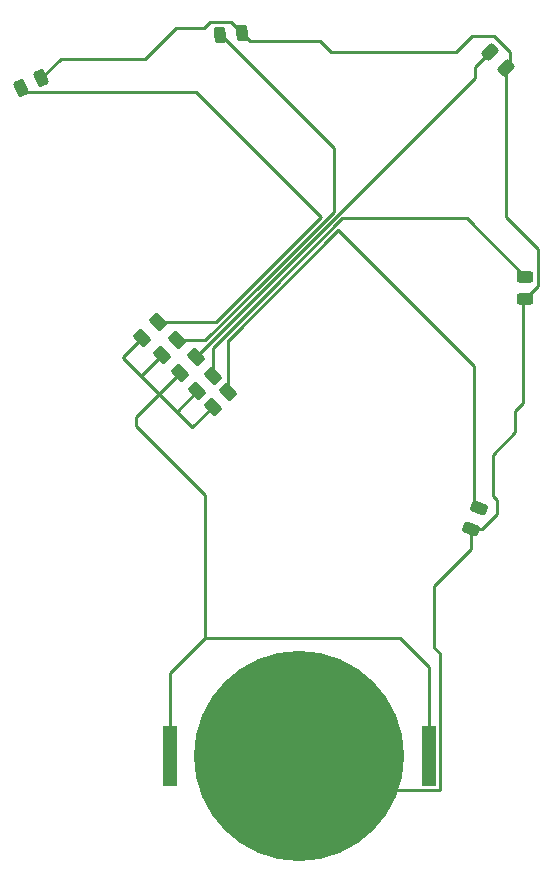
<source format=gbl>
G04 #@! TF.GenerationSoftware,KiCad,Pcbnew,(6.0.10-0)*
G04 #@! TF.CreationDate,2023-09-19T21:44:42+02:00*
G04 #@! TF.ProjectId,SwiftLeeds,53776966-744c-4656-9564-732e6b696361,rev?*
G04 #@! TF.SameCoordinates,Original*
G04 #@! TF.FileFunction,Copper,L2,Bot*
G04 #@! TF.FilePolarity,Positive*
%FSLAX46Y46*%
G04 Gerber Fmt 4.6, Leading zero omitted, Abs format (unit mm)*
G04 Created by KiCad (PCBNEW (6.0.10-0)) date 2023-09-19 21:44:42*
%MOMM*%
%LPD*%
G01*
G04 APERTURE LIST*
G04 Aperture macros list*
%AMRoundRect*
0 Rectangle with rounded corners*
0 $1 Rounding radius*
0 $2 $3 $4 $5 $6 $7 $8 $9 X,Y pos of 4 corners*
0 Add a 4 corners polygon primitive as box body*
4,1,4,$2,$3,$4,$5,$6,$7,$8,$9,$2,$3,0*
0 Add four circle primitives for the rounded corners*
1,1,$1+$1,$2,$3*
1,1,$1+$1,$4,$5*
1,1,$1+$1,$6,$7*
1,1,$1+$1,$8,$9*
0 Add four rect primitives between the rounded corners*
20,1,$1+$1,$2,$3,$4,$5,0*
20,1,$1+$1,$4,$5,$6,$7,0*
20,1,$1+$1,$6,$7,$8,$9,0*
20,1,$1+$1,$8,$9,$2,$3,0*%
G04 Aperture macros list end*
G04 #@! TA.AperFunction,SMDPad,CuDef*
%ADD10RoundRect,0.250000X-0.132583X0.503814X-0.503814X0.132583X0.132583X-0.503814X0.503814X-0.132583X0*%
G04 #@! TD*
G04 #@! TA.AperFunction,SMDPad,CuDef*
%ADD11RoundRect,0.243750X-0.345367X0.385097X-0.512102X-0.073003X0.345367X-0.385097X0.512102X0.073003X0*%
G04 #@! TD*
G04 #@! TA.AperFunction,SMDPad,CuDef*
%ADD12RoundRect,0.243750X-0.028093X-0.516516X0.413732X-0.310490X0.028093X0.516516X-0.413732X0.310490X0*%
G04 #@! TD*
G04 #@! TA.AperFunction,SMDPad,CuDef*
%ADD13RoundRect,0.243750X-0.194724X-0.479229X0.290106X-0.428272X0.194724X0.479229X-0.290106X0.428272X0*%
G04 #@! TD*
G04 #@! TA.AperFunction,SMDPad,CuDef*
%ADD14R,1.270000X5.080000*%
G04 #@! TD*
G04 #@! TA.AperFunction,SMDPad,CuDef*
%ADD15C,17.800000*%
G04 #@! TD*
G04 #@! TA.AperFunction,SMDPad,CuDef*
%ADD16RoundRect,0.243750X-0.494975X-0.150260X-0.150260X-0.494975X0.494975X0.150260X0.150260X0.494975X0*%
G04 #@! TD*
G04 #@! TA.AperFunction,SMDPad,CuDef*
%ADD17RoundRect,0.243750X-0.456250X0.243750X-0.456250X-0.243750X0.456250X-0.243750X0.456250X0.243750X0*%
G04 #@! TD*
G04 #@! TA.AperFunction,Conductor*
%ADD18C,0.250000*%
G04 #@! TD*
G04 APERTURE END LIST*
D10*
X138830470Y-69909530D03*
X137540000Y-71200000D03*
X141620470Y-72799530D03*
X140330000Y-74090000D03*
D11*
X162179356Y-84390962D03*
X162820644Y-82629038D03*
D10*
X140280470Y-71439530D03*
X138990000Y-72730000D03*
D12*
X125747785Y-46286883D03*
X124048457Y-47079293D03*
D13*
X142792364Y-42452005D03*
X140927636Y-42647995D03*
D10*
X135630470Y-66929530D03*
X134340000Y-68220000D03*
D14*
X136635000Y-103640000D03*
X158605000Y-103640000D03*
D15*
X147620000Y-103640000D03*
D16*
X163787087Y-44057087D03*
X165112913Y-45382913D03*
D17*
X166730000Y-63072500D03*
X166730000Y-64947500D03*
D10*
X137290470Y-68439530D03*
X136000000Y-69730000D03*
D18*
X165112913Y-45382913D02*
X165112913Y-58052913D01*
X165112913Y-58052913D02*
X167810000Y-60750000D01*
X167810000Y-60750000D02*
X167810000Y-63867500D01*
X167810000Y-63867500D02*
X166730000Y-64947500D01*
X166520000Y-73790000D02*
X165880000Y-74430000D01*
X166520000Y-65157500D02*
X166520000Y-73790000D01*
X166730000Y-64947500D02*
X166520000Y-65157500D01*
X145203198Y-64173198D02*
X145213198Y-64173198D01*
X145213198Y-64173198D02*
X151263198Y-58123198D01*
X151263198Y-58123198D02*
X161780698Y-58123198D01*
X161780698Y-58123198D02*
X166730000Y-63072500D01*
X142792364Y-42452005D02*
X143440359Y-43100000D01*
X143440359Y-43100000D02*
X149350000Y-43100000D01*
X125747785Y-46286883D02*
X127434668Y-44600000D01*
X127434668Y-44600000D02*
X134580000Y-44600000D01*
X134580000Y-44600000D02*
X137170000Y-42010000D01*
X139580000Y-42010000D02*
X140065000Y-41525000D01*
X137170000Y-42010000D02*
X139580000Y-42010000D01*
X140065000Y-41525000D02*
X141865359Y-41525000D01*
X141865359Y-41525000D02*
X142792364Y-42452005D01*
X162179356Y-84390962D02*
X162179356Y-86090644D01*
X162179356Y-86090644D02*
X159000000Y-89270000D01*
X147620000Y-103640000D02*
X150485000Y-106505000D01*
X150485000Y-106505000D02*
X159565000Y-106505000D01*
X159565000Y-106505000D02*
X159565000Y-95005000D01*
X159565000Y-95005000D02*
X159000000Y-94440000D01*
X159000000Y-94440000D02*
X159000000Y-89270000D01*
X166380000Y-64737500D02*
X166630000Y-64987500D01*
X165880000Y-74430000D02*
X165870000Y-74430000D01*
X165870000Y-74430000D02*
X165870000Y-76240000D01*
X165870000Y-76240000D02*
X163980000Y-78130000D01*
X163980000Y-78130000D02*
X163980000Y-81650000D01*
X163980000Y-81650000D02*
X164320000Y-81990000D01*
X164320000Y-81990000D02*
X164320000Y-83170000D01*
X164320000Y-83170000D02*
X163099038Y-84390962D01*
X163099038Y-84390962D02*
X162179356Y-84390962D01*
X162420644Y-70660644D02*
X162420644Y-82229038D01*
X162420644Y-82229038D02*
X162820644Y-82629038D01*
X166902500Y-64737500D02*
X166380000Y-64737500D01*
X162769038Y-84240962D02*
X161779356Y-84240962D01*
X165470000Y-45025826D02*
X165112913Y-45382913D01*
X160870000Y-44040000D02*
X162240000Y-42670000D01*
X149350000Y-43100000D02*
X150290000Y-44040000D01*
X150290000Y-44040000D02*
X160870000Y-44040000D01*
X162240000Y-42670000D02*
X164130000Y-42670000D01*
X164130000Y-42670000D02*
X165470000Y-44010000D01*
X165470000Y-44010000D02*
X165470000Y-45025826D01*
X162490000Y-46260000D02*
X162490000Y-45354174D01*
X162490000Y-45354174D02*
X163787087Y-44057087D01*
X150900000Y-59140000D02*
X162420644Y-70660644D01*
X141647678Y-68392322D02*
X150900000Y-59140000D01*
X141620470Y-68392322D02*
X141647678Y-68392322D01*
X141620470Y-72799530D02*
X141620470Y-68392322D01*
X134240235Y-71489765D02*
X134230235Y-71489765D01*
X140300000Y-74090000D02*
X138565235Y-75824765D01*
X137235235Y-74494765D02*
X138565235Y-75824765D01*
X158605000Y-96145000D02*
X156305000Y-93845000D01*
X135735235Y-73004765D02*
X133790000Y-74950000D01*
X156110000Y-93650000D02*
X156305000Y-93845000D01*
X134340000Y-68220000D02*
X132705235Y-69854765D01*
X140330000Y-74090000D02*
X140300000Y-74090000D01*
X132675235Y-69934765D02*
X132705235Y-69964765D01*
X158605000Y-103640000D02*
X158605000Y-96145000D01*
X139600000Y-81520000D02*
X139600000Y-93650000D01*
X137540000Y-71200000D02*
X137530000Y-71200000D01*
X132705235Y-69964765D02*
X134230235Y-71489765D01*
X136000000Y-69730000D02*
X134240235Y-71489765D01*
X133790000Y-74950000D02*
X133790000Y-75710000D01*
X135735235Y-72994765D02*
X137235235Y-74494765D01*
X134230235Y-71489765D02*
X135735235Y-72994765D01*
X133790000Y-75710000D02*
X139600000Y-81520000D01*
X136635000Y-103640000D02*
X136635000Y-96615000D01*
X137530000Y-71200000D02*
X135735235Y-72994765D01*
X132705235Y-69854765D02*
X132705235Y-69964765D01*
X138990000Y-72730000D02*
X138990000Y-72740000D01*
X139600000Y-93650000D02*
X156110000Y-93650000D01*
X135735235Y-72994765D02*
X135735235Y-73004765D01*
X138990000Y-72740000D02*
X137235235Y-74494765D01*
X136635000Y-96615000D02*
X139600000Y-93650000D01*
X135630470Y-66929530D02*
X140537678Y-66929530D01*
X138910000Y-47460000D02*
X124429164Y-47460000D01*
X140537678Y-66929530D02*
X149458604Y-58008604D01*
X124429164Y-47460000D02*
X124048457Y-47079293D01*
X149458604Y-58008604D02*
X138910000Y-47460000D01*
X150546802Y-52174302D02*
X140922500Y-42550000D01*
X150546802Y-57556802D02*
X150546802Y-52174302D01*
X139664074Y-68439530D02*
X144526802Y-63576802D01*
X144526802Y-63576802D02*
X150546802Y-57556802D01*
X137290470Y-68439530D02*
X139664074Y-68439530D01*
X138830470Y-69909530D02*
X145030000Y-63710000D01*
X145040000Y-63710000D02*
X162490000Y-46260000D01*
X145030000Y-63710000D02*
X145040000Y-63710000D01*
X145203198Y-64173198D02*
X145208198Y-64168198D01*
X140280470Y-71439530D02*
X140280470Y-69095926D01*
X140280470Y-69095926D02*
X145203198Y-64173198D01*
M02*

</source>
